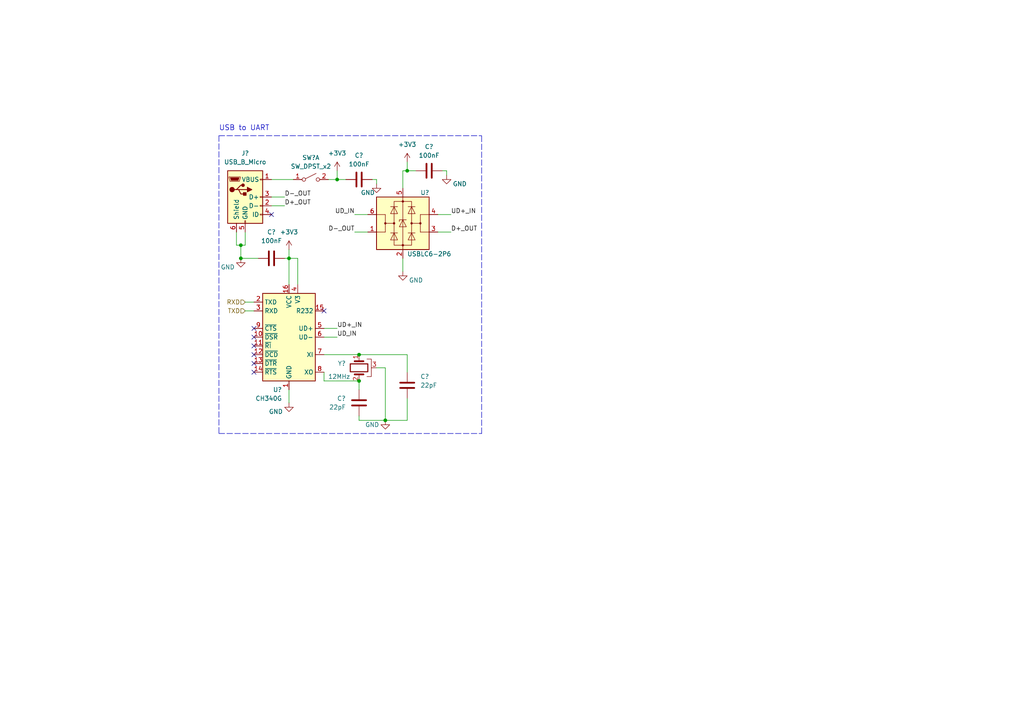
<source format=kicad_sch>
(kicad_sch (version 20211123) (generator eeschema)
  (paper "A4")
  (lib_symbols
    (symbol "Connector:USB_B_Micro" (pin_names (offset 1.016))
      (property "Reference" "J" (at -5.08 11.43 0))
      (property "Value" "USB_B_Micro" (at -5.08 8.89 0))
      (symbol "USB_B_Micro_0_1"
        (rectangle (start -5.08 -7.62) (end 5.08 7.62) (stroke (width 0.254)) (fill (type background)))
        (circle (center -3.81 2.159) (radius 0.635) (stroke (width 0.254)) (fill (type outline)))
        (circle (center -0.635 3.429) (radius 0.381) (stroke (width 0.254)) (fill (type outline)))
        (rectangle (start -0.127 -7.62) (end 0.127 -6.858))
        (polyline (pts (xy -1.905 2.159) (xy 0.635 2.159)) (stroke (width 0.254)))
        (polyline (pts (xy -3.175 2.159) (xy -2.54 2.159) (xy -1.27 3.429) (xy -0.635 3.429)) (stroke (width 0.254)))
        (polyline (pts (xy -2.54 2.159) (xy -1.905 2.159) (xy -1.27 0.889) (xy 0 0.889)) (stroke (width 0.254)))
        (polyline (pts (xy 0.635 2.794) (xy 0.635 1.524) (xy 1.905 2.159) (xy 0.635 2.794)) (stroke (width 0.254)) (fill (type outline)))
        (polyline (pts (xy -4.318 5.588) (xy -1.778 5.588) (xy -2.032 4.826) (xy -4.064 4.826) (xy -4.318 5.588)) (fill (type outline)))
        (polyline (pts (xy -4.699 5.842) (xy -4.699 5.588) (xy -4.445 4.826) (xy -4.445 4.572) (xy -1.651 4.572) (xy -1.651 4.826) (xy -1.397 5.588) (xy -1.397 5.842) (xy -4.699 5.842)))
        (rectangle (start 0.254 1.27) (end -0.508 0.508) (stroke (width 0.254)) (fill (type outline)))
        (rectangle (start 5.08 -5.207) (end 4.318 -4.953))
        (rectangle (start 5.08 -2.667) (end 4.318 -2.413))
        (rectangle (start 5.08 -0.127) (end 4.318 0.127))
        (rectangle (start 5.08 4.953) (end 4.318 5.207))
      )
      (symbol "USB_B_Micro_1_1"
        (pin power_out line (at 7.62 5.08 180) (length 2.54) (name "VBUS") (number "1"))
        (pin bidirectional line (at 7.62 -2.54 180) (length 2.54) (name "D-") (number "2"))
        (pin bidirectional line (at 7.62 0 180) (length 2.54) (name "D+") (number "3"))
        (pin passive line (at 7.62 -5.08 180) (length 2.54) (name "ID") (number "4"))
        (pin power_out line (at 0 -10.16 90) (length 2.54) (name "GND") (number "5"))
        (pin passive line (at -2.54 -10.16 90) (length 2.54) (name "Shield") (number "6"))
      )
    )
    (symbol "Device:C" (pin_numbers hide) (pin_names (offset 0.254))
      (property "Reference" "C" (at 0.635 2.54 0))
      (property "Value" "C" (at 0.635 -2.54 0))
      (symbol "C_0_1"
        (polyline (pts (xy -2.032 -0.762) (xy 2.032 -0.762)) (stroke (width 0.508)))
        (polyline (pts (xy -2.032 0.762) (xy 2.032 0.762)) (stroke (width 0.508)))
      )
      (symbol "C_1_1"
        (pin passive line (at 0 3.81 270) (length 2.794) (name "~") (number "1"))
        (pin passive line (at 0 -3.81 90) (length 2.794) (name "~") (number "2"))
      )
    )
    (symbol "Device:Crystal_GND3" (pin_names (offset 1.016) hide)
      (property "Reference" "Y" (at 0 5.715 0))
      (property "Value" "Crystal_GND3" (at 0 3.81 0))
      (symbol "Crystal_GND3_0_1"
        (rectangle (start -1.143 2.54) (end 1.143 -2.54) (stroke (width 0.3048)))
        (polyline (pts (xy -2.54 0) (xy -1.905 0)))
        (polyline (pts (xy -1.905 -1.27) (xy -1.905 1.27)) (stroke (width 0.508)))
        (polyline (pts (xy 0 -3.81) (xy 0 -3.556)))
        (polyline (pts (xy 1.905 0) (xy 2.54 0)))
        (polyline (pts (xy 1.905 1.27) (xy 1.905 -1.27)) (stroke (width 0.508)))
        (polyline (pts (xy -2.54 -2.286) (xy -2.54 -3.556) (xy 2.54 -3.556) (xy 2.54 -2.286)))
      )
      (symbol "Crystal_GND3_1_1"
        (pin passive line (at -3.81 0 0) (length 1.27) (name "1") (number "1"))
        (pin passive line (at 3.81 0 180) (length 1.27) (name "2") (number "2"))
        (pin passive line (at 0 -5.08 90) (length 1.27) (name "3") (number "3"))
      )
    )
    (symbol "Interface_USB:CH340G"
      (property "Reference" "U" (at -5.08 13.97 0))
      (property "Value" "CH340G" (at 1.27 13.97 0))
      (symbol "CH340G_0_1"
        (rectangle (start -7.62 12.7) (end 7.62 -12.7) (stroke (width 0.254)) (fill (type background)))
      )
      (symbol "CH340G_1_1"
        (pin power_in line (at 0 -15.24 90) (length 2.54) (name "GND") (number "1"))
        (pin input line (at 10.16 0 180) (length 2.54) (name "~{DSR}") (number "10"))
        (pin input line (at 10.16 -2.54 180) (length 2.54) (name "~{RI}") (number "11"))
        (pin input line (at 10.16 -5.08 180) (length 2.54) (name "~{DCD}") (number "12"))
        (pin output line (at 10.16 -7.62 180) (length 2.54) (name "~{DTR}") (number "13"))
        (pin output line (at 10.16 -10.16 180) (length 2.54) (name "~{RTS}") (number "14"))
        (pin input line (at -10.16 7.62 0) (length 2.54) (name "R232") (number "15"))
        (pin power_in line (at 0 15.24 270) (length 2.54) (name "VCC") (number "16"))
        (pin output line (at 10.16 10.16 180) (length 2.54) (name "TXD") (number "2"))
        (pin input line (at 10.16 7.62 180) (length 2.54) (name "RXD") (number "3"))
        (pin passive line (at -2.54 15.24 270) (length 2.54) (name "V3") (number "4"))
        (pin bidirectional line (at -10.16 2.54 0) (length 2.54) (name "UD+") (number "5"))
        (pin bidirectional line (at -10.16 0 0) (length 2.54) (name "UD-") (number "6"))
        (pin input line (at -10.16 -5.08 0) (length 2.54) (name "XI") (number "7"))
        (pin output line (at -10.16 -10.16 0) (length 2.54) (name "XO") (number "8"))
        (pin input line (at 10.16 2.54 180) (length 2.54) (name "~{CTS}") (number "9"))
      )
    )
    (symbol "Power_Protection:USBLC6-2P6" (pin_names hide)
      (property "Reference" "U" (at 2.54 8.89 0))
      (property "Value" "USBLC6-2P6" (at 2.54 -8.89 0))
      (symbol "USBLC6-2P6_0_1"
        (rectangle (start -7.62 -7.62) (end 7.62 7.62) (stroke (width 0.254)) (fill (type background)))
        (circle (center -5.08 0) (radius 0.254) (fill (type outline)))
        (circle (center -2.54 0) (radius 0.254) (fill (type outline)))
        (rectangle (start -2.54 6.35) (end 2.54 -6.35))
        (circle (center 0 -6.35) (radius 0.254) (fill (type outline)))
        (polyline (pts (xy -5.08 -2.54) (xy -7.62 -2.54)))
        (polyline (pts (xy -5.08 0) (xy -5.08 -2.54)))
        (polyline (pts (xy -5.08 2.54) (xy -7.62 2.54)))
        (polyline (pts (xy -1.524 -2.794) (xy -3.556 -2.794)))
        (polyline (pts (xy -1.524 4.826) (xy -3.556 4.826)))
        (polyline (pts (xy 0 -7.62) (xy 0 -6.35)))
        (polyline (pts (xy 0 -6.35) (xy 0 1.27)))
        (polyline (pts (xy 0 1.27) (xy 0 6.35)))
        (polyline (pts (xy 0 6.35) (xy 0 7.62)))
        (polyline (pts (xy 1.524 -2.794) (xy 3.556 -2.794)))
        (polyline (pts (xy 1.524 4.826) (xy 3.556 4.826)))
        (polyline (pts (xy 5.08 -2.54) (xy 7.62 -2.54)))
        (polyline (pts (xy 5.08 0) (xy 5.08 -2.54)))
        (polyline (pts (xy 5.08 2.54) (xy 7.62 2.54)))
        (polyline (pts (xy -2.54 0) (xy -5.08 0) (xy -5.08 2.54)))
        (polyline (pts (xy 2.54 0) (xy 5.08 0) (xy 5.08 2.54)))
        (polyline (pts (xy -3.556 -4.826) (xy -1.524 -4.826) (xy -2.54 -2.794) (xy -3.556 -4.826)))
        (polyline (pts (xy -3.556 2.794) (xy -1.524 2.794) (xy -2.54 4.826) (xy -3.556 2.794)))
        (polyline (pts (xy -1.016 -1.016) (xy 1.016 -1.016) (xy 0 1.016) (xy -1.016 -1.016)))
        (polyline (pts (xy 1.016 1.016) (xy 0.762 1.016) (xy -1.016 1.016) (xy -1.016 0.508)))
        (polyline (pts (xy 3.556 -4.826) (xy 1.524 -4.826) (xy 2.54 -2.794) (xy 3.556 -4.826)))
        (polyline (pts (xy 3.556 2.794) (xy 1.524 2.794) (xy 2.54 4.826) (xy 3.556 2.794)))
        (circle (center 0 6.35) (radius 0.254) (fill (type outline)))
        (circle (center 2.54 0) (radius 0.254) (fill (type outline)))
        (circle (center 5.08 0) (radius 0.254) (fill (type outline)))
      )
      (symbol "USBLC6-2P6_1_1"
        (pin passive line (at -10.16 -2.54 0) (length 2.54) (name "I/O1") (number "1"))
        (pin passive line (at 0 -10.16 90) (length 2.54) (name "GND") (number "2"))
        (pin passive line (at 10.16 -2.54 180) (length 2.54) (name "I/O2") (number "3"))
        (pin passive line (at 10.16 2.54 180) (length 2.54) (name "I/O2") (number "4"))
        (pin passive line (at 0 10.16 270) (length 2.54) (name "VBUS") (number "5"))
        (pin passive line (at -10.16 2.54 0) (length 2.54) (name "I/O1") (number "6"))
      )
    )
    (symbol "Switch:SW_DPST_x2" (pin_names (offset 0) hide)
      (property "Reference" "SW" (at 0 3.175 0))
      (property "Value" "SW_DPST_x2" (at 0 -2.54 0))
      (symbol "SW_DPST_x2_0_0"
        (circle (center -2.032 0) (radius 0.508))
        (polyline (pts (xy -1.524 0.254) (xy 1.524 1.778)))
        (circle (center 2.032 0) (radius 0.508))
      )
      (symbol "SW_DPST_x2_1_1"
        (pin passive line (at -5.08 0 0) (length 2.54) (name "A") (number "1"))
        (pin passive line (at 5.08 0 180) (length 2.54) (name "B") (number "2"))
      )
      (symbol "SW_DPST_x2_2_1"
        (pin passive line (at -5.08 0 0) (length 2.54) (name "A") (number "3"))
        (pin passive line (at 5.08 0 180) (length 2.54) (name "B") (number "4"))
      )
    )
    (symbol "power:+3V3" (power) (pin_names (offset 0))
      (property "Value" "+3V3" (at 0 3.556 0))
      (symbol "+3V3_0_1"
        (polyline (pts (xy -0.762 1.27) (xy 0 2.54)))
        (polyline (pts (xy 0 0) (xy 0 2.54)))
        (polyline (pts (xy 0 2.54) (xy 0.762 1.27)))
      )
      (symbol "+3V3_1_1"
        (pin power_in line (at 0 0 90) (length 0) hide (name "+3V3") (number "1"))
      )
    )
    (symbol "power:GND" (power) (pin_names (offset 0))
      (property "Value" "GND" (at 0 -3.81 0))
      (symbol "GND_0_1"
        (polyline (pts (xy 0 0) (xy 0 -1.27) (xy 1.27 -1.27) (xy 0 -2.54) (xy -1.27 -1.27) (xy 0 -1.27)))
      )
      (symbol "GND_1_1"
        (pin power_in line (at 0 0 270) (length 0) hide (name "GND") (number "1"))
      )
    )
  )
  (junction (at 104.14 110.49))
  (junction (at 83.82 74.93))
  (junction (at 69.85 74.93))
  (junction (at 69.85 71.12))
  (junction (at 111.76 121.92))
  (junction (at 104.14 102.87))
  (junction (at 97.79 52.07))
  (junction (at 118.11 49.53))
  (no_connect (at 78.74 62.23))
  (no_connect (at 73.66 105.41))
  (no_connect (at 73.66 97.79))
  (no_connect (at 73.66 95.25))
  (no_connect (at 93.98 90.17))
  (no_connect (at 73.66 107.95))
  (no_connect (at 73.66 100.33))
  (no_connect (at 73.66 102.87))
  (wire (pts (xy 116.84 74.93) (xy 116.84 78.74)))
  (wire (pts (xy 104.14 110.49) (xy 104.14 113.03)))
  (wire (pts (xy 109.22 52.07) (xy 109.22 53.34)))
  (wire (pts (xy 69.85 71.12) (xy 71.12 71.12)))
  (wire (pts (xy 97.79 49.53) (xy 97.79 52.07)))
  (wire (pts (xy 118.11 107.95) (xy 118.11 102.87)))
  (wire (pts (xy 104.14 102.87) (xy 93.98 102.87)))
  (wire (pts (xy 69.85 71.12) (xy 69.85 74.93)))
  (wire (pts (xy 73.66 90.17) (xy 71.12 90.17)))
  (wire (pts (xy 97.79 52.07) (xy 100.33 52.07)))
  (wire (pts (xy 118.11 115.57) (xy 118.11 121.92)))
  (wire (pts (xy 118.11 121.92) (xy 111.76 121.92)))
  (wire (pts (xy 73.66 87.63) (xy 71.12 87.63)))
  (wire (pts (xy 78.74 59.69) (xy 82.55 59.69)))
  (wire (pts (xy 118.11 49.53) (xy 120.65 49.53)))
  (wire (pts (xy 68.58 67.31) (xy 68.58 71.12)))
  (wire (pts (xy 93.98 107.95) (xy 93.98 110.49)))
  (wire (pts (xy 83.82 74.93) (xy 82.55 74.93)))
  (wire (pts (xy 107.95 52.07) (xy 109.22 52.07)))
  (polyline (pts (xy 63.5 125.73) (xy 139.7 125.73)))
  (polyline (pts (xy 139.7 125.73) (xy 139.7 39.37)))
  (wire (pts (xy 116.84 49.53) (xy 118.11 49.53)))
  (wire (pts (xy 102.87 67.31) (xy 106.68 67.31)))
  (wire (pts (xy 116.84 54.61) (xy 116.84 49.53)))
  (wire (pts (xy 68.58 71.12) (xy 69.85 71.12)))
  (wire (pts (xy 78.74 52.07) (xy 85.09 52.07)))
  (wire (pts (xy 78.74 57.15) (xy 82.55 57.15)))
  (wire (pts (xy 111.76 106.68) (xy 111.76 121.92)))
  (wire (pts (xy 129.54 49.53) (xy 129.54 50.8)))
  (wire (pts (xy 83.82 72.39) (xy 83.82 74.93)))
  (wire (pts (xy 118.11 102.87) (xy 104.14 102.87)))
  (wire (pts (xy 71.12 67.31) (xy 71.12 71.12)))
  (polyline (pts (xy 63.5 39.37) (xy 63.5 125.73)))
  (wire (pts (xy 93.98 110.49) (xy 104.14 110.49)))
  (wire (pts (xy 127 62.23) (xy 130.81 62.23)))
  (wire (pts (xy 69.85 74.93) (xy 74.93 74.93)))
  (wire (pts (xy 83.82 74.93) (xy 83.82 82.55)))
  (wire (pts (xy 97.79 95.25) (xy 93.98 95.25)))
  (wire (pts (xy 118.11 46.99) (xy 118.11 49.53)))
  (wire (pts (xy 86.36 74.93) (xy 83.82 74.93)))
  (polyline (pts (xy 63.5 39.37) (xy 139.7 39.37)))
  (wire (pts (xy 83.82 113.03) (xy 83.82 116.84)))
  (wire (pts (xy 104.14 121.92) (xy 104.14 120.65)))
  (wire (pts (xy 111.76 121.92) (xy 104.14 121.92)))
  (wire (pts (xy 86.36 82.55) (xy 86.36 74.93)))
  (wire (pts (xy 109.22 106.68) (xy 111.76 106.68)))
  (wire (pts (xy 97.79 97.79) (xy 93.98 97.79)))
  (wire (pts (xy 97.79 52.07) (xy 95.25 52.07)))
  (wire (pts (xy 128.27 49.53) (xy 129.54 49.53)))
  (wire (pts (xy 102.87 62.23) (xy 106.68 62.23)))
  (wire (pts (xy 127 67.31) (xy 130.81 67.31)))
  (text "USB to UART\n" (at 63.5 38.1 0) (effects (font (size 1.5 1.5)) (justify left bottom)))
  (label "D+_OUT" (at 130.81 67.31 0))
  (label "UD_IN" (at 102.87 62.23 180))
  (label "UD+_IN" (at 97.79 95.25 0))
  (label "D-_OUT" (at 102.87 67.31 180))
  (label "UD_IN" (at 97.79 97.79 0))
  (label "D-_OUT" (at 82.55 57.15 0))
  (label "UD+_IN" (at 130.81 62.23 0))
  (label "D+_OUT" (at 82.55 59.69 0))
  (hierarchical_label "RXD" (shape input) (at 71.12 87.63 180))
  (hierarchical_label "TXD" (shape input) (at 71.12 90.17 180))
  (symbol (lib_id "Power_Protection:USBLC6-2P6") (at 116.84 64.77 0) (unit 1)
    (property "Reference" "U?" (at 121.92 55.88 0) (effects (justify left)))
    (property "Value" "USBLC6-2P6" (at 118.11 73.66 0) (effects (justify left)))
    (property "Footprint" "Package_TO_SOT_SMD:SOT-666" (effects hide))
    (property "Datasheet" "https://www.st.com/resource/en/datasheet/usblc6-2.pdf" (effects hide))
  )
  (symbol (lib_id "Interface_USB:CH340G") (at 83.82 97.79 0) (mirror y) (unit 1)
    (property "Reference" "U?" (at 81.8006 113.03 0) (effects (justify left)))
    (property "Value" "CH340G" (at 81.8006 115.57 0) (effects (justify left)))
    (property "Footprint" "Package_SO:SOIC-16_3.9x9.9mm_P1.27mm" (effects hide))
    (property "Datasheet" "http://www.datasheet5.com/pdf-local-2195953" (effects hide))
  )
  (symbol (lib_id "power:GND") (at 83.82 116.84 0) (mirror y) (unit 1)
    (property "Reference" "#PWR?" (effects hide))
    (property "Value" "GND" (at 80.01 119.38 0))
  )
  (symbol (lib_id "power:GND") (at 109.22 53.34 0) (unit 1)
    (property "Reference" "#PWR?" (effects hide))
    (property "Value" "GND" (at 106.68 55.88 0))
  )
  (symbol (lib_id "power:GND") (at 69.85 74.93 0) (mirror y) (unit 1)
    (property "Reference" "#PWR?" (effects hide))
    (property "Value" "GND" (at 66.04 77.47 0))
  )
  (symbol (lib_id "Device:C") (at 104.14 116.84 0) (mirror y) (unit 1)
    (property "Reference" "C?" (at 100.33 115.5699 0) (effects (justify left)))
    (property "Value" "22pF" (at 100.33 118.1099 0) (effects (justify left)))
    (property "Footprint" "Capacitor_SMD:C_0603_1608Metric" (effects hide))
  )
  (symbol (lib_id "power:GND") (at 116.84 78.74 0) (unit 1)
    (property "Reference" "#PWR?" (effects hide))
    (property "Value" "GND" (at 120.65 81.28 0))
  )
  (symbol (lib_id "Switch:SW_DPST_x2") (at 90.17 52.07 0) (unit 1)
    (property "Reference" "SW?" (at 90.17 45.72 0))
    (property "Value" "SW_DPST_x2" (at 90.17 48.26 0))
  )
  (symbol (lib_id "Device:C") (at 118.11 111.76 0) (unit 1)
    (property "Reference" "C?" (at 121.92 109.22 0) (effects (justify left)))
    (property "Value" "22pF" (at 121.92 111.76 0) (effects (justify left)))
    (property "Footprint" "Capacitor_SMD:C_0603_1608Metric" (effects hide))
    (property "Datasheet" "CC0603JRNPO9BN220" (effects hide))
  )
  (symbol (lib_id "Device:C") (at 78.74 74.93 270) (mirror x) (unit 1)
    (property "Reference" "C?" (at 78.74 67.31 90))
    (property "Value" "100nF" (at 78.74 69.85 90))
    (property "Footprint" "Capacitor_SMD:C_0603_1608Metric" (effects hide))
  )
  (symbol (lib_id "power:GND") (at 111.76 121.92 0) (mirror y) (unit 1)
    (property "Reference" "#PWR?" (effects hide))
    (property "Value" "GND" (at 107.95 123.19 0))
  )
  (symbol (lib_id "power:+3V3") (at 83.82 72.39 0) (mirror y) (unit 1)
    (property "Reference" "#PWR?" (effects hide))
    (property "Value" "+3V3" (at 83.82 67.31 0))
  )
  (symbol (lib_id "power:GND") (at 129.54 50.8 0) (unit 1)
    (property "Reference" "#PWR?" (effects hide))
    (property "Value" "GND" (at 133.35 53.34 0))
  )
  (symbol (lib_id "Device:C") (at 124.46 49.53 90) (unit 1)
    (property "Reference" "C?" (at 124.46 42.545 90))
    (property "Value" "100nF" (at 124.46 45.085 90))
    (property "Footprint" "Capacitor_SMD:C_0603_1608Metric" (effects hide))
  )
  (symbol (lib_id "Device:C") (at 104.14 52.07 90) (unit 1)
    (property "Reference" "C?" (at 104.14 45.085 90))
    (property "Value" "100nF" (at 104.14 47.625 90))
    (property "Footprint" "Capacitor_SMD:C_0603_1608Metric" (effects hide))
  )
  (symbol (lib_id "Connector:USB_B_Micro") (at 71.12 57.15 0) (unit 1)
    (property "Reference" "J?" (at 71.12 44.45 0))
    (property "Value" "USB_B_Micro" (at 71.12 46.99 0))
    (property "Footprint" "Connector_USB:USB_Micro-B_Amphenol_10118194_Horizontal" (effects hide))
    (property "MPN " "10118194-0001LF" (effects hide))
  )
  (symbol (lib_id "power:+3V3") (at 97.79 49.53 0) (unit 1)
    (property "Reference" "#PWR?" (effects hide))
    (property "Value" "+3V3" (at 97.79 44.45 0))
  )
  (symbol (lib_id "power:+3V3") (at 118.11 46.99 0) (unit 1)
    (property "Reference" "#PWR?" (effects hide))
    (property "Value" "+3V3" (at 118.11 41.91 0))
  )
  (symbol (lib_id "Device:Crystal_GND3") (at 104.14 106.68 90) (mirror x) (unit 1)
    (property "Reference" "Y?" (at 100.33 105.4099 90) (effects (justify left)))
    (property "Value" "12MHz" (at 101.6 109.22 90) (effects (justify left)))
  )
)
</source>
